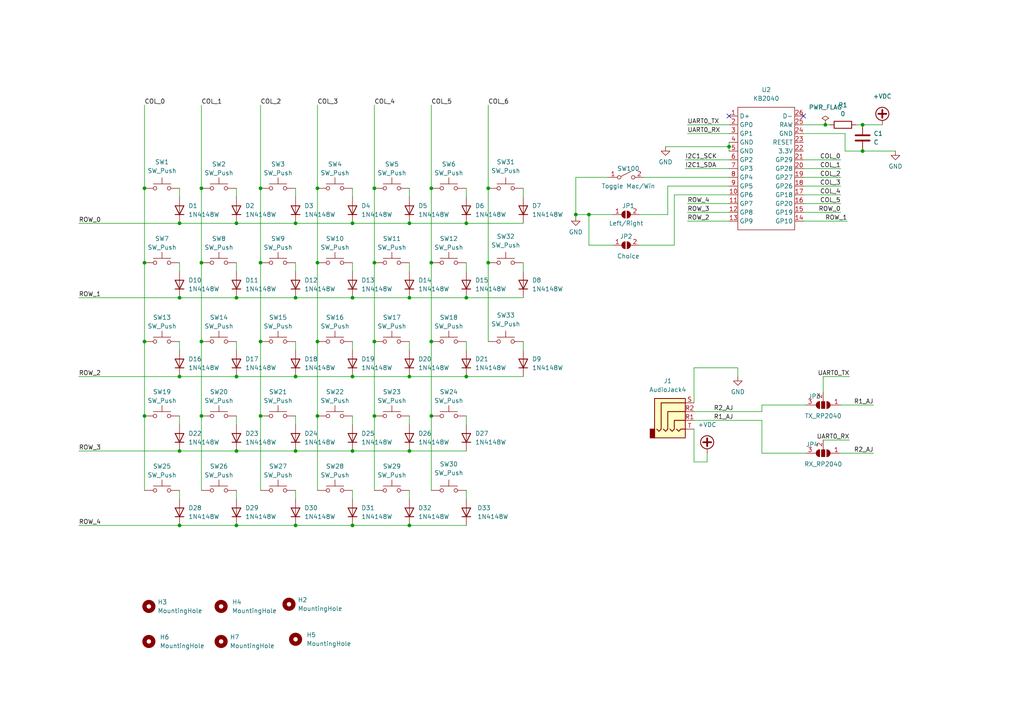
<source format=kicad_sch>
(kicad_sch (version 20211123) (generator eeschema)
  (paper "A4")
  (title_block (title "Mac 60 Keys Split Keyboard") (rev "1.0") (company "125 Systems") (comment 1 "Designer: Neeraj Adsul") (comment 2 "The Mac keyboard is designed as split 30 keys x 2 parts."))
  (lib_symbols
    (symbol "Connector:AudioJack4"
      (property "Reference" "J" (at 0 8.89 0))
      (property "Value" "AudioJack4" (at 0 6.35 0))
      (symbol "AudioJack4_0_1"
        (rectangle (start -6.35 -5.08) (end -7.62 -7.62) (stroke (width 0.254)) (fill (type outline)))
        (polyline (pts (xy 0 -5.08) (xy 0.635 -5.715) (xy 1.27 -5.08) (xy 2.54 -5.08)) (stroke (width 0.254)))
        (polyline (pts (xy -5.715 -5.08) (xy -5.08 -5.715) (xy -4.445 -5.08) (xy -4.445 2.54) (xy 2.54 2.54)) (stroke (width 0.254)))
        (polyline (pts (xy -1.905 -5.08) (xy -1.27 -5.715) (xy -0.635 -5.08) (xy -0.635 -2.54) (xy 2.54 -2.54)) (stroke (width 0.254)))
        (polyline (pts (xy 2.54 0) (xy -2.54 0) (xy -2.54 -5.08) (xy -3.175 -5.715) (xy -3.81 -5.08)) (stroke (width 0.254)))
        (rectangle (start 2.54 3.81) (end -6.35 -7.62) (stroke (width 0.254)) (fill (type background)))
      )
      (symbol "AudioJack4_1_1"
        (pin passive line (at 5.08 -2.54 180) (length 2.54) (name "~") (number "R1"))
        (pin passive line (at 5.08 0 180) (length 2.54) (name "~") (number "R2"))
        (pin passive line (at 5.08 2.54 180) (length 2.54) (name "~") (number "S"))
        (pin passive line (at 5.08 -5.08 180) (length 2.54) (name "~") (number "T"))
      )
    )
    (symbol "Device:C" (pin_numbers hide) (pin_names (offset 0.254))
      (property "Reference" "C" (at 0.635 2.54 0))
      (property "Value" "C" (at 0.635 -2.54 0))
      (symbol "C_0_1"
        (polyline (pts (xy -2.032 -0.762) (xy 2.032 -0.762)) (stroke (width 0.508)))
        (polyline (pts (xy -2.032 0.762) (xy 2.032 0.762)) (stroke (width 0.508)))
      )
      (symbol "C_1_1"
        (pin passive line (at 0 3.81 270) (length 2.794) (name "~") (number "1"))
        (pin passive line (at 0 -3.81 90) (length 2.794) (name "~") (number "2"))
      )
    )
    (symbol "Device:R" (pin_numbers hide) (pin_names (offset 0))
      (property "Reference" "R" (at 2.032 0 90))
      (property "Value" "R" (at 0 0 90))
      (symbol "R_0_1"
        (rectangle (start -1.016 -2.54) (end 1.016 2.54) (stroke (width 0.254)))
      )
      (symbol "R_1_1"
        (pin passive line (at 0 3.81 270) (length 1.27) (name "~") (number "1"))
        (pin passive line (at 0 -3.81 90) (length 1.27) (name "~") (number "2"))
      )
    )
    (symbol "Diode:1N4148W" (pin_numbers hide) (pin_names (offset 1.016) hide)
      (property "Reference" "D" (at 0 2.54 0))
      (property "Value" "1N4148W" (at 0 -2.54 0))
      (symbol "1N4148W_0_1"
        (polyline (pts (xy -1.27 1.27) (xy -1.27 -1.27)) (stroke (width 0.254)))
        (polyline (pts (xy 1.27 0) (xy -1.27 0)))
        (polyline (pts (xy 1.27 1.27) (xy 1.27 -1.27) (xy -1.27 0) (xy 1.27 1.27)) (stroke (width 0.254)))
      )
      (symbol "1N4148W_1_1"
        (pin passive line (at -3.81 0 0) (length 2.54) (name "K") (number "1"))
        (pin passive line (at 3.81 0 180) (length 2.54) (name "A") (number "2"))
      )
    )
    (symbol "Jumper:SolderJumper_2_Open" (pin_names (offset 0) hide)
      (property "Reference" "JP" (at 0 2.032 0))
      (property "Value" "SolderJumper_2_Open" (at 0 -2.54 0))
      (symbol "SolderJumper_2_Open_0_1"
        (arc (start -0.254 1.016) (mid -1.27 0) (end -0.254 -1.016))
        (arc (start -0.254 1.016) (mid -1.27 0) (end -0.254 -1.016) (fill (type outline)))
        (polyline (pts (xy -0.254 1.016) (xy -0.254 -1.016)))
        (polyline (pts (xy 0.254 1.016) (xy 0.254 -1.016)))
        (arc (start 0.254 -1.016) (mid 1.27 0) (end 0.254 1.016))
        (arc (start 0.254 -1.016) (mid 1.27 0) (end 0.254 1.016) (fill (type outline)))
      )
      (symbol "SolderJumper_2_Open_1_1"
        (pin passive line (at -3.81 0 0) (length 2.54) (name "A") (number "1"))
        (pin passive line (at 3.81 0 180) (length 2.54) (name "B") (number "2"))
      )
    )
    (symbol "Jumper:SolderJumper_3_Open" (pin_names (offset 0) hide)
      (property "Reference" "JP" (at -2.54 -2.54 0))
      (property "Value" "SolderJumper_3_Open" (at 0 2.794 0))
      (symbol "SolderJumper_3_Open_0_1"
        (arc (start -1.016 1.016) (mid -2.032 0) (end -1.016 -1.016))
        (arc (start -1.016 1.016) (mid -2.032 0) (end -1.016 -1.016) (fill (type outline)))
        (rectangle (start -0.508 1.016) (end 0.508 -1.016) (fill (type outline)))
        (polyline (pts (xy -2.54 0) (xy -2.032 0)))
        (polyline (pts (xy -1.016 1.016) (xy -1.016 -1.016)))
        (polyline (pts (xy 0 -1.27) (xy 0 -1.016)))
        (polyline (pts (xy 1.016 1.016) (xy 1.016 -1.016)))
        (polyline (pts (xy 2.54 0) (xy 2.032 0)))
        (arc (start 1.016 -1.016) (mid 2.032 0) (end 1.016 1.016))
        (arc (start 1.016 -1.016) (mid 2.032 0) (end 1.016 1.016) (fill (type outline)))
      )
      (symbol "SolderJumper_3_Open_1_1"
        (pin passive line (at -5.08 0 0) (length 2.54) (name "A") (number "1"))
        (pin passive line (at 0 -3.81 90) (length 2.54) (name "C") (number "2"))
        (pin passive line (at 5.08 0 180) (length 2.54) (name "B") (number "3"))
      )
    )
    (symbol "KB2040:KB2040"
      (property "Reference" "U" (at 5.08 24.13 0))
      (property "Value" "KB2040" (at -2.54 6.35 90))
      (symbol "KB2040_0_1"
        (polyline (pts (xy -10.16 22.86) (xy -10.16 -12.7) (xy 6.35 -12.7) (xy 6.35 22.86) (xy -10.16 22.86)))
      )
      (symbol "KB2040_1_1"
        (pin bidirectional line (at -12.7 20.32 0) (length 2.54) (name "D+") (number "1"))
        (pin bidirectional line (at -12.7 -2.54 0) (length 2.54) (name "GP6") (number "10"))
        (pin bidirectional line (at -12.7 -5.08 0) (length 2.54) (name "GP7") (number "11"))
        (pin bidirectional line (at -12.7 -7.62 0) (length 2.54) (name "GP8") (number "12"))
        (pin bidirectional line (at -12.7 -10.16 0) (length 2.54) (name "GP9") (number "13"))
        (pin bidirectional line (at 8.89 -10.16 180) (length 2.54) (name "GP10") (number "14"))
        (pin bidirectional line (at 8.89 -7.62 180) (length 2.54) (name "GP19") (number "15"))
        (pin bidirectional line (at 8.89 -5.08 180) (length 2.54) (name "GP20") (number "16"))
        (pin bidirectional line (at 8.89 -2.54 180) (length 2.54) (name "GP18") (number "17"))
        (pin bidirectional line (at 8.89 0 180) (length 2.54) (name "GP26") (number "18"))
        (pin bidirectional line (at 8.89 2.54 180) (length 2.54) (name "GP27") (number "19"))
        (pin bidirectional line (at -12.7 17.78 0) (length 2.54) (name "GP0") (number "2"))
        (pin bidirectional line (at 8.89 5.08 180) (length 2.54) (name "GP28") (number "20"))
        (pin bidirectional line (at 8.89 7.62 180) (length 2.54) (name "GP29") (number "21"))
        (pin power_out line (at 8.89 10.16 180) (length 2.54) (name "3.3V") (number "22"))
        (pin input line (at 8.89 12.7 180) (length 2.54) (name "RESET") (number "23"))
        (pin power_in line (at 8.89 15.24 180) (length 2.54) (name "GND") (number "24"))
        (pin passive line (at 8.89 17.78 180) (length 2.54) (name "RAW") (number "25"))
        (pin bidirectional line (at 8.89 20.32 180) (length 2.54) (name "D-") (number "26"))
        (pin bidirectional line (at -12.7 15.24 0) (length 2.54) (name "GP1") (number "3"))
        (pin power_in line (at -12.7 12.7 0) (length 2.54) (name "GND") (number "4"))
        (pin power_in line (at -12.7 10.16 0) (length 2.54) (name "GND") (number "5"))
        (pin bidirectional line (at -12.7 7.62 0) (length 2.54) (name "GP2") (number "6"))
        (pin bidirectional line (at -12.7 5.08 0) (length 2.54) (name "GP3") (number "7"))
        (pin bidirectional line (at -12.7 2.54 0) (length 2.54) (name "GP4") (number "8"))
        (pin bidirectional line (at -12.7 0 0) (length 2.54) (name "GP5") (number "9"))
      )
    )
    (symbol "Mechanical:MountingHole" (pin_names (offset 1.016))
      (property "Reference" "H" (at 0 5.08 0))
      (property "Value" "MountingHole" (at 0 3.175 0))
      (symbol "MountingHole_0_1"
        (circle (center 0 0) (radius 1.27) (stroke (width 1.27)))
      )
    )
    (symbol "Switch:SW_Push" (pin_numbers hide) (pin_names (offset 1.016) hide)
      (property "Reference" "SW" (at 1.27 2.54 0))
      (property "Value" "SW_Push" (at 0 -1.524 0))
      (symbol "SW_Push_0_1"
        (circle (center -2.032 0) (radius 0.508))
        (polyline (pts (xy 0 1.27) (xy 0 3.048)))
        (polyline (pts (xy 2.54 1.27) (xy -2.54 1.27)))
        (circle (center 2.032 0) (radius 0.508))
        (pin passive line (at -5.08 0 0) (length 2.54) (name "1") (number "1"))
        (pin passive line (at 5.08 0 180) (length 2.54) (name "2") (number "2"))
      )
    )
    (symbol "Switch:SW_SPST" (pin_names (offset 0) hide)
      (property "Reference" "SW" (at 0 3.175 0))
      (property "Value" "SW_SPST" (at 0 -2.54 0))
      (symbol "SW_SPST_0_0"
        (circle (center -2.032 0) (radius 0.508))
        (polyline (pts (xy -1.524 0.254) (xy 1.524 1.778)))
        (circle (center 2.032 0) (radius 0.508))
      )
      (symbol "SW_SPST_1_1"
        (pin passive line (at -5.08 0 0) (length 2.54) (name "A") (number "1"))
        (pin passive line (at 5.08 0 180) (length 2.54) (name "B") (number "2"))
      )
    )
    (symbol "power:+VDC" (power) (pin_names (offset 0))
      (property "Value" "+VDC" (at 0 6.35 0))
      (symbol "+VDC_0_1"
        (polyline (pts (xy -1.143 3.175) (xy 1.143 3.175)) (stroke (width 0.508)))
        (polyline (pts (xy 0 0) (xy 0 1.27)))
        (polyline (pts (xy 0 2.032) (xy 0 4.318)) (stroke (width 0.508)))
        (circle (center 0 3.175) (radius 1.905) (stroke (width 0.254)))
      )
      (symbol "+VDC_1_1"
        (pin power_in line (at 0 0 90) (length 0) hide (name "+VDC") (number "1"))
      )
    )
    (symbol "power:GND" (power) (pin_names (offset 0))
      (property "Value" "GND" (at 0 -3.81 0))
      (symbol "GND_0_1"
        (polyline (pts (xy 0 0) (xy 0 -1.27) (xy 1.27 -1.27) (xy 0 -2.54) (xy -1.27 -1.27) (xy 0 -1.27)))
      )
      (symbol "GND_1_1"
        (pin power_in line (at 0 0 270) (length 0) hide (name "GND") (number "1"))
      )
    )
    (symbol "power:PWR_FLAG" (power) (pin_numbers hide) (pin_names (offset 0) hide)
      (property "Value" "PWR_FLAG" (at 0 3.81 0))
      (symbol "PWR_FLAG_0_0"
        (pin power_out line (at 0 0 90) (length 0) (name "pwr") (number "1"))
      )
      (symbol "PWR_FLAG_0_1"
        (polyline (pts (xy 0 0) (xy 0 1.27) (xy -1.016 1.905) (xy 0 2.54) (xy 1.016 1.905) (xy 0 1.27)))
      )
    )
  )
  (junction (at 41.91 99.06))
  (junction (at 75.565 76.2))
  (junction (at 41.91 76.2))
  (junction (at 108.585 120.65))
  (junction (at 250.19 43.815))
  (junction (at 118.745 109.22))
  (junction (at 52.07 86.36))
  (junction (at 211.455 42.545))
  (junction (at 170.815 62.23))
  (junction (at 52.07 152.4))
  (junction (at 118.745 130.81))
  (junction (at 135.255 109.22))
  (junction (at 85.725 109.22))
  (junction (at 102.235 109.22))
  (junction (at 102.235 64.77))
  (junction (at 52.07 64.77))
  (junction (at 75.565 120.65))
  (junction (at 68.58 130.81))
  (junction (at 118.745 64.77))
  (junction (at 58.42 120.65))
  (junction (at 75.565 99.06))
  (junction (at 58.42 76.2))
  (junction (at 108.585 76.2))
  (junction (at 102.235 86.36))
  (junction (at 75.565 54.61))
  (junction (at 41.91 120.65))
  (junction (at 41.91 54.61))
  (junction (at 102.235 152.4))
  (junction (at 68.58 152.4))
  (junction (at 68.58 86.36))
  (junction (at 92.075 99.06))
  (junction (at 118.745 152.4))
  (junction (at 68.58 64.77))
  (junction (at 125.095 54.61))
  (junction (at 85.725 130.81))
  (junction (at 85.725 152.4))
  (junction (at 102.235 130.81))
  (junction (at 125.095 76.2))
  (junction (at 108.585 99.06))
  (junction (at 92.075 76.2))
  (junction (at 58.42 54.61))
  (junction (at 118.745 86.36))
  (junction (at 135.255 64.77))
  (junction (at 141.605 54.61))
  (junction (at 68.58 109.22))
  (junction (at 108.585 54.61))
  (junction (at 85.725 86.36))
  (junction (at 125.095 120.65))
  (junction (at 125.095 99.06))
  (junction (at 85.725 64.77))
  (junction (at 250.19 36.195))
  (junction (at 167.005 62.23))
  (junction (at 52.07 130.81))
  (junction (at 92.075 120.65))
  (junction (at 239.395 36.195))
  (junction (at 58.42 99.06))
  (junction (at 135.255 86.36))
  (junction (at 52.07 109.22))
  (junction (at 141.605 76.2))
  (junction (at 92.075 54.61))
  (no_connect (at 233.045 33.655))
  (no_connect (at 211.455 33.655))
  (wire (pts (xy 199.39 36.195) (xy 211.455 36.195)))
  (wire (pts (xy 102.235 142.24) (xy 102.235 144.78)))
  (wire (pts (xy 233.045 38.735) (xy 245.11 38.735)))
  (wire (pts (xy 238.76 109.22) (xy 246.38 109.22)))
  (wire (pts (xy 239.395 36.195) (xy 240.665 36.195)))
  (wire (pts (xy 41.91 54.61) (xy 41.91 76.2)))
  (wire (pts (xy 201.295 119.38) (xy 220.98 119.38)))
  (wire (pts (xy 92.075 30.48) (xy 92.075 54.61)))
  (wire (pts (xy 68.58 152.4) (xy 85.725 152.4)))
  (wire (pts (xy 220.98 121.92) (xy 220.98 131.445)))
  (wire (pts (xy 193.675 62.23) (xy 193.675 53.975)))
  (wire (pts (xy 68.58 99.06) (xy 68.58 101.6)))
  (wire (pts (xy 85.725 86.36) (xy 102.235 86.36)))
  (wire (pts (xy 92.075 120.65) (xy 92.075 142.24)))
  (wire (pts (xy 85.725 76.2) (xy 85.725 78.74)))
  (wire (pts (xy 68.58 120.65) (xy 68.58 123.19)))
  (wire (pts (xy 211.455 42.545) (xy 211.455 41.275)))
  (wire (pts (xy 195.58 71.12) (xy 195.58 56.515)))
  (wire (pts (xy 68.58 130.81) (xy 85.725 130.81)))
  (wire (pts (xy 52.07 130.81) (xy 68.58 130.81)))
  (wire (pts (xy 135.255 142.24) (xy 135.255 144.78)))
  (wire (pts (xy 75.565 99.06) (xy 75.565 120.65)))
  (wire (pts (xy 141.605 76.2) (xy 141.605 99.06)))
  (wire (pts (xy 151.765 54.61) (xy 151.765 57.15)))
  (wire (pts (xy 58.42 54.61) (xy 58.42 76.2)))
  (wire (pts (xy 167.005 51.435) (xy 176.53 51.435)))
  (wire (pts (xy 167.005 62.23) (xy 167.005 62.865)))
  (wire (pts (xy 68.58 109.22) (xy 85.725 109.22)))
  (wire (pts (xy 185.42 62.23) (xy 193.675 62.23)))
  (wire (pts (xy 118.745 109.22) (xy 135.255 109.22)))
  (wire (pts (xy 52.07 109.22) (xy 68.58 109.22)))
  (wire (pts (xy 201.295 106.68) (xy 213.995 106.68)))
  (wire (pts (xy 185.42 71.12) (xy 195.58 71.12)))
  (wire (pts (xy 125.095 30.48) (xy 125.095 54.61)))
  (wire (pts (xy 75.565 120.65) (xy 75.565 142.24)))
  (wire (pts (xy 102.235 64.77) (xy 118.745 64.77)))
  (wire (pts (xy 135.255 120.65) (xy 135.255 123.19)))
  (wire (pts (xy 177.8 71.12) (xy 170.815 71.12)))
  (wire (pts (xy 68.58 86.36) (xy 85.725 86.36)))
  (wire (pts (xy 22.86 152.4) (xy 52.07 152.4)))
  (wire (pts (xy 199.39 59.055) (xy 211.455 59.055)))
  (wire (pts (xy 75.565 30.48) (xy 75.565 54.61)))
  (wire (pts (xy 201.295 116.84) (xy 201.295 106.68)))
  (wire (pts (xy 118.745 142.24) (xy 118.745 144.78)))
  (wire (pts (xy 195.58 56.515) (xy 211.455 56.515)))
  (wire (pts (xy 125.095 99.06) (xy 125.095 120.65)))
  (wire (pts (xy 22.86 109.22) (xy 52.07 109.22)))
  (wire (pts (xy 52.07 152.4) (xy 68.58 152.4)))
  (wire (pts (xy 220.98 131.445) (xy 233.68 131.445)))
  (wire (pts (xy 248.285 36.195) (xy 250.19 36.195)))
  (wire (pts (xy 141.605 30.48) (xy 141.605 54.61)))
  (wire (pts (xy 118.745 152.4) (xy 135.255 152.4)))
  (wire (pts (xy 92.075 99.06) (xy 92.075 120.65)))
  (wire (pts (xy 85.725 109.22) (xy 102.235 109.22)))
  (wire (pts (xy 220.98 119.38) (xy 220.98 117.475)))
  (wire (pts (xy 233.045 51.435) (xy 243.84 51.435)))
  (wire (pts (xy 125.095 120.65) (xy 125.095 142.24)))
  (wire (pts (xy 68.58 76.2) (xy 68.58 78.74)))
  (wire (pts (xy 85.725 142.24) (xy 85.725 144.78)))
  (wire (pts (xy 238.76 127.635) (xy 246.38 127.635)))
  (wire (pts (xy 243.84 131.445) (xy 253.365 131.445)))
  (wire (pts (xy 52.07 120.65) (xy 52.07 123.19)))
  (wire (pts (xy 199.39 61.595) (xy 211.455 61.595)))
  (wire (pts (xy 170.815 71.12) (xy 170.815 62.23)))
  (wire (pts (xy 198.755 46.355) (xy 211.455 46.355)))
  (wire (pts (xy 151.765 76.2) (xy 151.765 78.74)))
  (wire (pts (xy 213.995 106.68) (xy 213.995 109.22)))
  (wire (pts (xy 135.255 54.61) (xy 135.255 57.15)))
  (wire (pts (xy 52.07 54.61) (xy 52.07 57.15)))
  (wire (pts (xy 245.11 43.815) (xy 250.19 43.815)))
  (wire (pts (xy 135.255 64.77) (xy 151.765 64.77)))
  (wire (pts (xy 52.07 142.24) (xy 52.07 144.78)))
  (wire (pts (xy 201.295 133.985) (xy 201.295 124.46)))
  (wire (pts (xy 135.255 109.22) (xy 151.765 109.22)))
  (wire (pts (xy 125.095 76.2) (xy 125.095 99.06)))
  (wire (pts (xy 52.07 99.06) (xy 52.07 101.6)))
  (wire (pts (xy 41.91 30.48) (xy 41.91 54.61)))
  (wire (pts (xy 198.755 48.895) (xy 211.455 48.895)))
  (wire (pts (xy 85.725 120.65) (xy 85.725 123.19)))
  (wire (pts (xy 108.585 30.48) (xy 108.585 54.61)))
  (wire (pts (xy 75.565 76.2) (xy 75.565 99.06)))
  (wire (pts (xy 151.765 99.06) (xy 151.765 101.6)))
  (wire (pts (xy 233.045 36.195) (xy 239.395 36.195)))
  (wire (pts (xy 102.235 76.2) (xy 102.235 78.74)))
  (wire (pts (xy 41.91 99.06) (xy 41.91 120.65)))
  (wire (pts (xy 193.04 42.545) (xy 211.455 42.545)))
  (wire (pts (xy 125.095 54.61) (xy 125.095 76.2)))
  (wire (pts (xy 22.86 64.77) (xy 52.07 64.77)))
  (wire (pts (xy 193.675 53.975) (xy 211.455 53.975)))
  (wire (pts (xy 85.725 130.81) (xy 102.235 130.81)))
  (wire (pts (xy 201.295 133.985) (xy 205.105 133.985)))
  (wire (pts (xy 85.725 64.77) (xy 102.235 64.77)))
  (wire (pts (xy 201.295 121.92) (xy 220.98 121.92)))
  (wire (pts (xy 118.745 76.2) (xy 118.745 78.74)))
  (wire (pts (xy 52.07 86.36) (xy 68.58 86.36)))
  (wire (pts (xy 186.69 51.435) (xy 211.455 51.435)))
  (wire (pts (xy 233.045 53.975) (xy 243.84 53.975)))
  (wire (pts (xy 102.235 99.06) (xy 102.235 101.6)))
  (wire (pts (xy 135.255 76.2) (xy 135.255 78.74)))
  (wire (pts (xy 102.235 54.61) (xy 102.235 57.15)))
  (wire (pts (xy 68.58 64.77) (xy 85.725 64.77)))
  (wire (pts (xy 102.235 86.36) (xy 118.745 86.36)))
  (wire (pts (xy 41.91 120.65) (xy 41.91 142.24)))
  (wire (pts (xy 250.19 36.195) (xy 255.905 36.195)))
  (wire (pts (xy 135.255 86.36) (xy 151.765 86.36)))
  (wire (pts (xy 205.105 131.445) (xy 205.105 133.985)))
  (wire (pts (xy 118.745 86.36) (xy 135.255 86.36)))
  (wire (pts (xy 233.045 46.355) (xy 243.84 46.355)))
  (wire (pts (xy 108.585 120.65) (xy 108.585 142.24)))
  (wire (pts (xy 58.42 120.65) (xy 58.42 142.24)))
  (wire (pts (xy 199.39 38.735) (xy 211.455 38.735)))
  (wire (pts (xy 118.745 54.61) (xy 118.745 57.15)))
  (wire (pts (xy 58.42 30.48) (xy 58.42 54.61)))
  (wire (pts (xy 141.605 54.61) (xy 141.605 76.2)))
  (wire (pts (xy 58.42 99.06) (xy 58.42 120.65)))
  (wire (pts (xy 238.76 113.665) (xy 238.76 109.22)))
  (wire (pts (xy 170.815 62.23) (xy 177.8 62.23)))
  (wire (pts (xy 250.19 43.815) (xy 259.715 43.815)))
  (wire (pts (xy 220.98 117.475) (xy 233.68 117.475)))
  (wire (pts (xy 211.455 42.545) (xy 211.455 43.815)))
  (wire (pts (xy 167.005 51.435) (xy 167.005 62.23)))
  (wire (pts (xy 199.39 64.135) (xy 211.455 64.135)))
  (wire (pts (xy 167.005 62.23) (xy 170.815 62.23)))
  (wire (pts (xy 68.58 54.61) (xy 68.58 57.15)))
  (wire (pts (xy 58.42 76.2) (xy 58.42 99.06)))
  (wire (pts (xy 108.585 76.2) (xy 108.585 99.06)))
  (wire (pts (xy 85.725 54.61) (xy 85.725 57.15)))
  (wire (pts (xy 118.745 99.06) (xy 118.745 101.6)))
  (wire (pts (xy 68.58 142.24) (xy 68.58 144.78)))
  (wire (pts (xy 102.235 120.65) (xy 102.235 123.19)))
  (wire (pts (xy 245.745 64.135) (xy 233.045 64.135)))
  (wire (pts (xy 243.84 117.475) (xy 253.365 117.475)))
  (wire (pts (xy 102.235 152.4) (xy 118.745 152.4)))
  (wire (pts (xy 22.86 130.81) (xy 52.07 130.81)))
  (wire (pts (xy 118.745 130.81) (xy 135.255 130.81)))
  (wire (pts (xy 233.045 48.895) (xy 243.84 48.895)))
  (wire (pts (xy 52.07 64.77) (xy 68.58 64.77)))
  (wire (pts (xy 233.045 59.055) (xy 243.84 59.055)))
  (wire (pts (xy 245.11 38.735) (xy 245.11 43.815)))
  (wire (pts (xy 118.745 120.65) (xy 118.745 123.19)))
  (wire (pts (xy 85.725 152.4) (xy 102.235 152.4)))
  (wire (pts (xy 135.255 99.06) (xy 135.255 101.6)))
  (wire (pts (xy 41.91 76.2) (xy 41.91 99.06)))
  (wire (pts (xy 108.585 54.61) (xy 108.585 76.2)))
  (wire (pts (xy 118.745 64.77) (xy 135.255 64.77)))
  (wire (pts (xy 102.235 130.81) (xy 118.745 130.81)))
  (wire (pts (xy 108.585 99.06) (xy 108.585 120.65)))
  (wire (pts (xy 85.725 99.06) (xy 85.725 101.6)))
  (wire (pts (xy 102.235 109.22) (xy 118.745 109.22)))
  (wire (pts (xy 52.07 76.2) (xy 52.07 78.74)))
  (wire (pts (xy 233.045 61.595) (xy 243.84 61.595)))
  (wire (pts (xy 233.045 56.515) (xy 243.84 56.515)))
  (wire (pts (xy 92.075 54.61) (xy 92.075 76.2)))
  (wire (pts (xy 22.86 86.36) (xy 52.07 86.36)))
  (wire (pts (xy 92.075 76.2) (xy 92.075 99.06)))
  (wire (pts (xy 75.565 54.61) (xy 75.565 76.2)))
  (label "R1_AJ" (at 253.365 117.475 180))
  (label "ROW_3" (at 22.86 130.81 0))
  (label "COL_2" (at 243.84 51.435 180))
  (label "COL_3" (at 243.84 53.975 180))
  (label "COL_2" (at 75.565 30.48 0))
  (label "COL_6" (at 141.605 30.48 0))
  (label "COL_4" (at 108.585 30.48 0))
  (label "ROW_4" (at 199.39 59.055 0))
  (label "ROW_4" (at 22.86 152.4 0))
  (label "COL_1" (at 58.42 30.48 0))
  (label "ROW_2" (at 22.86 109.22 0))
  (label "UART0_RX" (at 246.38 127.635 180))
  (label "ROW_3" (at 199.39 61.595 0))
  (label "COL_5" (at 125.095 30.48 0))
  (label "COL_0" (at 243.84 46.355 180))
  (label "COL_0" (at 41.91 30.48 0))
  (label "ROW_1" (at 22.86 86.36 0))
  (label "UART0_TX" (at 199.39 36.195 0))
  (label "ROW_2" (at 199.39 64.135 0))
  (label "ROW_1" (at 245.745 64.135 180))
  (label "ROW_0" (at 22.86 64.77 0))
  (label "I2C1_SDA" (at 198.755 48.895 0))
  (label "I2C1_SCK" (at 198.755 46.355 0))
  (label "UART0_RX" (at 199.39 38.735 0))
  (label "COL_3" (at 92.075 30.48 0))
  (label "COL_1" (at 243.84 48.895 180))
  (label "ROW_0" (at 243.84 61.595 180))
  (label "COL_4" (at 243.84 56.515 180))
  (label "R2_AJ" (at 207.01 119.38 0))
  (label "R2_AJ" (at 253.365 131.445 180))
  (label "COL_5" (at 243.84 59.055 180))
  (label "UART0_TX" (at 246.38 109.22 180))
  (label "R1_AJ" (at 207.01 121.92 0))
  (symbol (lib_id "Diode:1N4148W") (at 85.725 148.59 90) (unit 1)
    (property "Reference" "D30" (at 88.265 147.3199 90) (effects (justify right)))
    (property "Value" "1N4148W" (at 88.265 149.8599 90) (effects (justify right)))
    (property "Footprint" "Diode_SMD:D_SOD-323_Hand_Split_Keyboard" (effects hide))
    (property "Datasheet" "https://www.vishay.com/docs/85748/1n4148w.pdf" (effects hide))
  )
  (symbol (lib_id "Diode:1N4148W") (at 151.765 82.55 90) (unit 1)
    (property "Reference" "D8" (at 154.305 81.2799 90) (effects (justify right)))
    (property "Value" "1N4148W" (at 154.305 83.8199 90) (effects (justify right)))
    (property "Footprint" "Diode_SMD:D_SOD-323_Hand_Split_Keyboard" (effects hide))
    (property "Datasheet" "https://www.vishay.com/docs/85748/1n4148w.pdf" (effects hide))
  )
  (symbol (lib_id "Diode:1N4148W") (at 52.07 127 90) (unit 1)
    (property "Reference" "D22" (at 54.61 125.7299 90) (effects (justify right)))
    (property "Value" "1N4148W" (at 54.61 128.2699 90) (effects (justify right)))
    (property "Footprint" "Diode_SMD:D_SOD-323_Hand_Split_Keyboard" (effects hide))
    (property "Datasheet" "https://www.vishay.com/docs/85748/1n4148w.pdf" (effects hide))
  )
  (symbol (lib_id "Device:C") (at 250.19 40.005 0) (unit 1)
    (property "Reference" "C1" (at 253.365 38.7349 0) (effects (justify left)))
    (property "Value" "C" (at 253.365 41.2749 0) (effects (justify left)))
    (property "Footprint" "Capacitor_SMD:C_0603_1608Metric" (effects hide))
  )
  (symbol (lib_id "Device:R") (at 244.475 36.195 90) (unit 1)
    (property "Reference" "R1" (at 244.475 30.48 90))
    (property "Value" "0" (at 244.475 33.02 90))
    (property "Footprint" "Resistor_SMD:R_0603_1608Metric_Pad0.98x0.95mm_HandSolder" (effects hide))
  )
  (symbol (lib_id "Switch:SW_Push") (at 80.645 54.61 0) (unit 1)
    (property "Reference" "SW3" (at 80.645 47.625 0))
    (property "Value" "SW_Push" (at 80.645 50.165 0))
    (property "Footprint" "Lily58-footprint:MX_PG1350-DoubleSide_Keycap_18mm_1.00u" (effects hide))
  )
  (symbol (lib_id "Switch:SW_Push") (at 46.99 54.61 0) (unit 1)
    (property "Reference" "SW1" (at 46.99 46.99 0))
    (property "Value" "SW_Push" (at 46.99 49.53 0))
    (property "Footprint" "Lily58-footprint:MX_PG1350-DoubleSide_Keycap_18mm_1.00u" (effects hide))
  )
  (symbol (lib_id "Switch:SW_Push") (at 130.175 120.65 0) (unit 1)
    (property "Reference" "SW24" (at 130.175 113.665 0))
    (property "Value" "SW_Push" (at 130.175 116.205 0))
    (property "Footprint" "Lily58-footprint:MX_PG1350-DoubleSide_Keycap_18mm_1.00u" (effects hide))
  )
  (symbol (lib_id "Diode:1N4148W") (at 118.745 60.96 90) (unit 1)
    (property "Reference" "D5" (at 121.285 59.6899 90) (effects (justify right)))
    (property "Value" "1N4148W" (at 121.285 62.2299 90) (effects (justify right)))
    (property "Footprint" "Diode_SMD:D_SOD-323_Hand_Split_Keyboard" (effects hide))
    (property "Datasheet" "https://www.vishay.com/docs/85748/1n4148w.pdf" (effects hide))
  )
  (symbol (lib_id "Diode:1N4148W") (at 135.255 105.41 90) (unit 1)
    (property "Reference" "D21" (at 137.795 104.1399 90) (effects (justify right)))
    (property "Value" "1N4148W" (at 137.795 106.6799 90) (effects (justify right)))
    (property "Footprint" "Diode_SMD:D_SOD-323_Hand_Split_Keyboard" (effects hide))
    (property "Datasheet" "https://www.vishay.com/docs/85748/1n4148w.pdf" (effects hide))
  )
  (symbol (lib_id "Switch:SW_Push") (at 46.99 76.2 0) (unit 1)
    (property "Reference" "SW7" (at 46.99 69.215 0))
    (property "Value" "SW_Push" (at 46.99 71.755 0))
    (property "Footprint" "Lily58-footprint:MX_PG1350-DoubleSide_Keycap_18mm_1.00u" (effects hide))
  )
  (symbol (lib_id "Switch:SW_Push") (at 46.99 99.06 0) (unit 1)
    (property "Reference" "SW13" (at 46.99 92.075 0))
    (property "Value" "SW_Push" (at 46.99 94.615 0))
    (property "Footprint" "Lily58-footprint:MX_PG1350-DoubleSide_Keycap_18mm_1.00u" (effects hide))
  )
  (symbol (lib_id "Mechanical:MountingHole") (at 85.725 185.42 0) (unit 1)
    (property "Reference" "H5" (at 88.9 184.1499 0) (effects (justify left)))
    (property "Value" "MountingHole" (at 88.9 186.6899 0) (effects (justify left)))
    (property "Footprint" "MountingHole:MountingHole_3.2mm_M3" (effects hide))
  )
  (symbol (lib_id "Switch:SW_Push") (at 146.685 99.06 0) (unit 1)
    (property "Reference" "SW33" (at 146.685 91.44 0))
    (property "Value" "SW_Push" (at 146.685 93.98 0))
    (property "Footprint" "Lily58-footprint:MX_PG1350-DoubleSide_Keycap_28mm_1.50u" (effects hide))
  )
  (symbol (lib_id "KB2040:KB2040") (at 224.155 53.975 0) (unit 1)
    (property "Reference" "U2" (at 222.25 26.035 0))
    (property "Value" "KB2040" (at 222.25 28.575 0))
    (property "Footprint" "KB2040:Adafruit_KB2040" (effects hide))
  )
  (symbol (lib_id "Switch:SW_Push") (at 97.155 142.24 0) (unit 1)
    (property "Reference" "SW28" (at 97.155 135.255 0))
    (property "Value" "SW_Push" (at 97.155 137.795 0))
    (property "Footprint" "Lily58-footprint:MX_PG1350-DoubleSide_Keycap_18mm_1.00u" (effects hide))
  )
  (symbol (lib_id "Diode:1N4148W") (at 68.58 127 90) (unit 1)
    (property "Reference" "D23" (at 71.12 125.7299 90) (effects (justify right)))
    (property "Value" "1N4148W" (at 71.12 128.2699 90) (effects (justify right)))
    (property "Footprint" "Diode_SMD:D_SOD-323_Hand_Split_Keyboard" (effects hide))
    (property "Datasheet" "https://www.vishay.com/docs/85748/1n4148w.pdf" (effects hide))
  )
  (symbol (lib_id "Diode:1N4148W") (at 118.745 82.55 90) (unit 1)
    (property "Reference" "D14" (at 121.285 81.2799 90) (effects (justify right)))
    (property "Value" "1N4148W" (at 121.285 83.8199 90) (effects (justify right)))
    (property "Footprint" "Diode_SMD:D_SOD-323_Hand_Split_Keyboard" (effects hide))
    (property "Datasheet" "https://www.vishay.com/docs/85748/1n4148w.pdf" (effects hide))
  )
  (symbol (lib_id "power:GND") (at 213.995 109.22 0) (unit 1)
    (property "Reference" "#PWR0102" (effects hide))
    (property "Value" "GND" (at 213.995 113.665 0))
  )
  (symbol (lib_id "Switch:SW_Push") (at 80.645 99.06 0) (unit 1)
    (property "Reference" "SW15" (at 80.645 92.075 0))
    (property "Value" "SW_Push" (at 80.645 94.615 0))
    (property "Footprint" "Lily58-footprint:MX_PG1350-DoubleSide_Keycap_18mm_1.00u" (effects hide))
  )
  (symbol (lib_id "Diode:1N4148W") (at 52.07 105.41 90) (unit 1)
    (property "Reference" "D16" (at 54.61 104.1399 90) (effects (justify right)))
    (property "Value" "1N4148W" (at 54.61 106.6799 90) (effects (justify right)))
    (property "Footprint" "Diode_SMD:D_SOD-323_Hand_Split_Keyboard" (effects hide))
    (property "Datasheet" "https://www.vishay.com/docs/85748/1n4148w.pdf" (effects hide))
  )
  (symbol (lib_id "power:PWR_FLAG") (at 239.395 36.195 0) (unit 1)
    (property "Reference" "#FLG02" (effects hide))
    (property "Value" "PWR_FLAG" (at 239.395 31.115 0))
  )
  (symbol (lib_id "Diode:1N4148W") (at 135.255 82.55 90) (unit 1)
    (property "Reference" "D15" (at 137.795 81.2799 90) (effects (justify right)))
    (property "Value" "1N4148W" (at 137.795 83.8199 90) (effects (justify right)))
    (property "Footprint" "Diode_SMD:D_SOD-323_Hand_Split_Keyboard" (effects hide))
    (property "Datasheet" "https://www.vishay.com/docs/85748/1n4148w.pdf" (effects hide))
  )
  (symbol (lib_id "Diode:1N4148W") (at 102.235 105.41 90) (unit 1)
    (property "Reference" "D19" (at 104.775 104.1399 90) (effects (justify right)))
    (property "Value" "1N4148W" (at 104.775 106.6799 90) (effects (justify right)))
    (property "Footprint" "Diode_SMD:D_SOD-323_Hand_Split_Keyboard" (effects hide))
    (property "Datasheet" "https://www.vishay.com/docs/85748/1n4148w.pdf" (effects hide))
  )
  (symbol (lib_id "Diode:1N4148W") (at 118.745 127 90) (unit 1)
    (property "Reference" "D26" (at 121.285 125.7299 90) (effects (justify right)))
    (property "Value" "1N4148W" (at 121.285 128.2699 90) (effects (justify right)))
    (property "Footprint" "Diode_SMD:D_SOD-323_Hand_Split_Keyboard" (effects hide))
    (property "Datasheet" "https://www.vishay.com/docs/85748/1n4148w.pdf" (effects hide))
  )
  (symbol (lib_id "Diode:1N4148W") (at 85.725 105.41 90) (unit 1)
    (property "Reference" "D18" (at 88.265 104.1399 90) (effects (justify right)))
    (property "Value" "1N4148W" (at 88.265 106.6799 90) (effects (justify right)))
    (property "Footprint" "Diode_SMD:D_SOD-323_Hand_Split_Keyboard" (effects hide))
    (property "Datasheet" "https://www.vishay.com/docs/85748/1n4148w.pdf" (effects hide))
  )
  (symbol (lib_id "Switch:SW_Push") (at 130.175 76.2 0) (unit 1)
    (property "Reference" "SW12" (at 130.175 69.215 0))
    (property "Value" "SW_Push" (at 130.175 71.755 0))
    (property "Footprint" "Lily58-footprint:MX_PG1350-DoubleSide_Keycap_18mm_1.00u" (effects hide))
  )
  (symbol (lib_id "Diode:1N4148W") (at 85.725 82.55 90) (unit 1)
    (property "Reference" "D12" (at 88.265 81.2799 90) (effects (justify right)))
    (property "Value" "1N4148W" (at 88.265 83.8199 90) (effects (justify right)))
    (property "Footprint" "Diode_SMD:D_SOD-323_Hand_Split_Keyboard" (effects hide))
    (property "Datasheet" "https://www.vishay.com/docs/85748/1n4148w.pdf" (effects hide))
  )
  (symbol (lib_id "Diode:1N4148W") (at 151.765 105.41 90) (unit 1)
    (property "Reference" "D9" (at 154.305 104.1399 90) (effects (justify right)))
    (property "Value" "1N4148W" (at 154.305 106.6799 90) (effects (justify right)))
    (property "Footprint" "Diode_SMD:D_SOD-323_Hand_Split_Keyboard" (effects hide))
    (property "Datasheet" "https://www.vishay.com/docs/85748/1n4148w.pdf" (effects hide))
  )
  (symbol (lib_id "Diode:1N4148W") (at 135.255 60.96 90) (unit 1)
    (property "Reference" "D6" (at 137.795 59.6899 90) (effects (justify right)))
    (property "Value" "1N4148W" (at 137.795 62.2299 90) (effects (justify right)))
    (property "Footprint" "Diode_SMD:D_SOD-323_Hand_Split_Keyboard" (effects hide))
    (property "Datasheet" "https://www.vishay.com/docs/85748/1n4148w.pdf" (effects hide))
  )
  (symbol (lib_id "Diode:1N4148W") (at 52.07 148.59 90) (unit 1)
    (property "Reference" "D28" (at 54.61 147.3199 90) (effects (justify right)))
    (property "Value" "1N4148W" (at 54.61 149.8599 90) (effects (justify right)))
    (property "Footprint" "Diode_SMD:D_SOD-323_Hand_Split_Keyboard" (effects hide))
    (property "Datasheet" "https://www.vishay.com/docs/85748/1n4148w.pdf" (effects hide))
  )
  (symbol (lib_id "power:+VDC") (at 255.905 36.195 0) (unit 1)
    (property "Reference" "#PWR02" (effects hide))
    (property "Value" "+VDC" (at 255.905 27.94 0))
  )
  (symbol (lib_id "Jumper:SolderJumper_3_Open") (at 238.76 131.445 180) (unit 1)
    (property "Reference" "JP4" (at 235.585 128.905 0))
    (property "Value" "RX_RP2040" (at 238.76 134.62 0))
    (property "Footprint" "Jumper:SolderJumper-3_P1.3mm_Open_Pad1.0x1.5mm_NumberLabels" (effects hide))
  )
  (symbol (lib_id "Diode:1N4148W") (at 118.745 148.59 90) (unit 1)
    (property "Reference" "D32" (at 121.285 147.3199 90) (effects (justify right)))
    (property "Value" "1N4148W" (at 121.285 149.8599 90) (effects (justify right)))
    (property "Footprint" "Diode_SMD:D_SOD-323_Hand_Split_Keyboard" (effects hide))
    (property "Datasheet" "https://www.vishay.com/docs/85748/1n4148w.pdf" (effects hide))
  )
  (symbol (lib_id "Mechanical:MountingHole") (at 64.135 175.895 0) (unit 1)
    (property "Reference" "H4" (at 67.31 174.6249 0) (effects (justify left)))
    (property "Value" "MountingHole" (at 67.31 177.1649 0) (effects (justify left)))
    (property "Footprint" "MountingHole:MountingHole_3.2mm_M3" (effects hide))
  )
  (symbol (lib_id "power:GND") (at 259.715 43.815 0) (unit 1)
    (property "Reference" "#PWR03" (effects hide))
    (property "Value" "GND" (at 259.715 48.26 0))
  )
  (symbol (lib_id "Switch:SW_Push") (at 97.155 76.2 0) (unit 1)
    (property "Reference" "SW10" (at 97.155 69.215 0))
    (property "Value" "SW_Push" (at 97.155 71.755 0))
    (property "Footprint" "Lily58-footprint:MX_PG1350-DoubleSide_Keycap_18mm_1.00u" (effects hide))
  )
  (symbol (lib_id "Diode:1N4148W") (at 135.255 148.59 90) (unit 1)
    (property "Reference" "D33" (at 138.43 147.3199 90) (effects (justify right)))
    (property "Value" "1N4148W" (at 138.43 149.8599 90) (effects (justify right)))
    (property "Footprint" "Diode_SMD:D_SOD-323_Hand_Split_Keyboard" (effects hide))
    (property "Datasheet" "https://www.vishay.com/docs/85748/1n4148w.pdf" (effects hide))
  )
  (symbol (lib_id "Switch:SW_Push") (at 146.685 54.61 0) (unit 1)
    (property "Reference" "SW31" (at 146.685 46.99 0))
    (property "Value" "SW_Push" (at 146.685 49.53 0))
    (property "Footprint" "Lily58-footprint:MX_PG1350-DoubleSide_Keycap_28mm_1.50u" (effects hide))
  )
  (symbol (lib_id "Switch:SW_Push") (at 130.175 54.61 0) (unit 1)
    (property "Reference" "SW6" (at 130.175 47.625 0))
    (property "Value" "SW_Push" (at 130.175 50.165 0))
    (property "Footprint" "Lily58-footprint:MX_PG1350-DoubleSide_Keycap_18mm_1.00u" (effects hide))
  )
  (symbol (lib_id "Diode:1N4148W") (at 68.58 148.59 90) (unit 1)
    (property "Reference" "D29" (at 71.12 147.3199 90) (effects (justify right)))
    (property "Value" "1N4148W" (at 71.12 149.8599 90) (effects (justify right)))
    (property "Footprint" "Diode_SMD:D_SOD-323_Hand_Split_Keyboard" (effects hide))
    (property "Datasheet" "https://www.vishay.com/docs/85748/1n4148w.pdf" (effects hide))
  )
  (symbol (lib_id "Switch:SW_SPST") (at 181.61 51.435 0) (unit 1)
    (property "Reference" "SW100" (at 182.245 48.895 0))
    (property "Value" "Toggle Mac/Win" (at 182.245 53.975 0))
    (property "Footprint" "Button_Switch_SMD:SW_SPST_CK_RS282G05A3" (effects hide))
  )
  (symbol (lib_id "Mechanical:MountingHole") (at 43.18 175.895 0) (unit 1)
    (property "Reference" "H3" (at 45.72 174.6249 0) (effects (justify left)))
    (property "Value" "MountingHole" (at 45.72 177.1649 0) (effects (justify left)))
    (property "Footprint" "MountingHole:MountingHole_3.2mm_M3" (effects hide))
  )
  (symbol (lib_id "Switch:SW_Push") (at 63.5 54.61 0) (unit 1)
    (property "Reference" "SW2" (at 63.5 47.625 0))
    (property "Value" "SW_Push" (at 63.5 50.165 0))
    (property "Footprint" "Lily58-footprint:MX_PG1350-DoubleSide_Keycap_18mm_1.00u" (effects hide))
  )
  (symbol (lib_id "Diode:1N4148W") (at 102.235 82.55 90) (unit 1)
    (property "Reference" "D13" (at 104.775 81.2799 90) (effects (justify right)))
    (property "Value" "1N4148W" (at 104.775 83.8199 90) (effects (justify right)))
    (property "Footprint" "Diode_SMD:D_SOD-323_Hand_Split_Keyboard" (effects hide))
    (property "Datasheet" "https://www.vishay.com/docs/85748/1n4148w.pdf" (effects hide))
  )
  (symbol (lib_id "Switch:SW_Push") (at 113.665 99.06 0) (unit 1)
    (property "Reference" "SW17" (at 113.665 92.075 0))
    (property "Value" "SW_Push" (at 113.665 94.615 0))
    (property "Footprint" "Lily58-footprint:MX_PG1350-DoubleSide_Keycap_18mm_1.00u" (effects hide))
  )
  (symbol (lib_id "Diode:1N4148W") (at 102.235 60.96 90) (unit 1)
    (property "Reference" "D4" (at 104.775 59.6899 90) (effects (justify right)))
    (property "Value" "1N4148W" (at 104.775 62.2299 90) (effects (justify right)))
    (property "Footprint" "Diode_SMD:D_SOD-323_Hand_Split_Keyboard" (effects hide))
    (property "Datasheet" "https://www.vishay.com/docs/85748/1n4148w.pdf" (effects hide))
  )
  (symbol (lib_id "Diode:1N4148W") (at 68.58 105.41 90) (unit 1)
    (property "Reference" "D17" (at 71.12 104.1399 90) (effects (justify right)))
    (property "Value" "1N4148W" (at 71.12 106.6799 90) (effects (justify right)))
    (property "Footprint" "Diode_SMD:D_SOD-323_Hand_Split_Keyboard" (effects hide))
    (property "Datasheet" "https://www.vishay.com/docs/85748/1n4148w.pdf" (effects hide))
  )
  (symbol (lib_id "Switch:SW_Push") (at 97.155 99.06 0) (unit 1)
    (property "Reference" "SW16" (at 97.155 92.075 0))
    (property "Value" "SW_Push" (at 97.155 94.615 0))
    (property "Footprint" "Lily58-footprint:MX_PG1350-DoubleSide_Keycap_18mm_1.00u" (effects hide))
  )
  (symbol (lib_id "Jumper:SolderJumper_2_Open") (at 181.61 62.23 0) (unit 1)
    (property "Reference" "JP1" (at 182.245 59.69 0))
    (property "Value" "Left/Right" (at 181.61 64.77 0))
    (property "Footprint" "Jumper:SolderJumper-2_P1.3mm_Open_TrianglePad1.0x1.5mm" (effects hide))
  )
  (symbol (lib_id "Diode:1N4148W") (at 151.765 60.96 90) (unit 1)
    (property "Reference" "D7" (at 154.305 59.6899 90) (effects (justify right)))
    (property "Value" "1N4148W" (at 154.305 62.2299 90) (effects (justify right)))
    (property "Footprint" "Diode_SMD:D_SOD-323_Hand_Split_Keyboard" (effects hide))
    (property "Datasheet" "https://www.vishay.com/docs/85748/1n4148w.pdf" (effects hide))
  )
  (symbol (lib_id "power:GND") (at 167.005 62.865 0) (unit 1)
    (property "Reference" "#PWR0101" (effects hide))
    (property "Value" "GND" (at 167.005 67.31 0))
  )
  (symbol (lib_id "Switch:SW_Push") (at 63.5 76.2 0) (unit 1)
    (property "Reference" "SW8" (at 63.5 69.215 0))
    (property "Value" "SW_Push" (at 63.5 71.755 0))
    (property "Footprint" "Lily58-footprint:MX_PG1350-DoubleSide_Keycap_18mm_1.00u" (effects hide))
  )
  (symbol (lib_id "Switch:SW_Push") (at 97.155 120.65 0) (unit 1)
    (property "Reference" "SW22" (at 97.155 113.665 0))
    (property "Value" "SW_Push" (at 97.155 116.205 0))
    (property "Footprint" "Lily58-footprint:MX_PG1350-DoubleSide_Keycap_18mm_1.00u" (effects hide))
  )
  (symbol (lib_id "power:GND") (at 193.04 42.545 0) (unit 1)
    (property "Reference" "#PWR01" (effects hide))
    (property "Value" "GND" (at 193.04 46.99 0))
  )
  (symbol (lib_id "Switch:SW_Push") (at 113.665 76.2 0) (unit 1)
    (property "Reference" "SW11" (at 113.665 69.215 0))
    (property "Value" "SW_Push" (at 113.665 71.755 0))
    (property "Footprint" "Lily58-footprint:MX_PG1350-DoubleSide_Keycap_18mm_1.00u" (effects hide))
  )
  (symbol (lib_id "power:+VDC") (at 205.105 131.445 0) (unit 1)
    (property "Reference" "#PWR0103" (effects hide))
    (property "Value" "+VDC" (at 205.105 123.19 0))
  )
  (symbol (lib_id "Switch:SW_Push") (at 130.175 99.06 0) (unit 1)
    (property "Reference" "SW18" (at 130.175 92.075 0))
    (property "Value" "SW_Push" (at 130.175 94.615 0))
    (property "Footprint" "Lily58-footprint:MX_PG1350-DoubleSide_Keycap_18mm_1.00u" (effects hide))
  )
  (symbol (lib_id "Switch:SW_Push") (at 113.665 142.24 0) (unit 1)
    (property "Reference" "SW29" (at 113.665 135.255 0))
    (property "Value" "SW_Push" (at 113.665 137.795 0))
    (property "Footprint" "Lily58-footprint:MX_PG1350-DoubleSide_Keycap_18mm_1.00u" (effects hide))
  )
  (symbol (lib_id "Jumper:SolderJumper_2_Open") (at 181.61 71.12 0) (unit 1)
    (property "Reference" "JP2" (at 181.61 68.58 0))
    (property "Value" "Choice" (at 182.245 74.295 0))
    (property "Footprint" "Jumper:SolderJumper-2_P1.3mm_Open_TrianglePad1.0x1.5mm" (effects hide))
  )
  (symbol (lib_id "Switch:SW_Push") (at 113.665 120.65 0) (unit 1)
    (property "Reference" "SW23" (at 113.665 113.665 0))
    (property "Value" "SW_Push" (at 113.665 116.205 0))
    (property "Footprint" "Lily58-footprint:MX_PG1350-DoubleSide_Keycap_18mm_1.00u" (effects hide))
  )
  (symbol (lib_id "Switch:SW_Push") (at 113.665 54.61 0) (unit 1)
    (property "Reference" "SW5" (at 113.665 47.625 0))
    (property "Value" "SW_Push" (at 113.665 50.165 0))
    (property "Footprint" "Lily58-footprint:MX_PG1350-DoubleSide_Keycap_18mm_1.00u" (effects hide))
  )
  (symbol (lib_id "Switch:SW_Push") (at 46.99 142.24 0) (unit 1)
    (property "Reference" "SW25" (at 46.99 135.255 0))
    (property "Value" "SW_Push" (at 46.99 137.795 0))
    (property "Footprint" "Lily58-footprint:MX_PG1350-DoubleSide_Keycap_28mm_1.50u" (effects hide))
  )
  (symbol (lib_id "Diode:1N4148W") (at 85.725 127 90) (unit 1)
    (property "Reference" "D24" (at 88.265 125.7299 90) (effects (justify right)))
    (property "Value" "1N4148W" (at 88.265 128.2699 90) (effects (justify right)))
    (property "Footprint" "Diode_SMD:D_SOD-323_Hand_Split_Keyboard" (effects hide))
    (property "Datasheet" "https://www.vishay.com/docs/85748/1n4148w.pdf" (effects hide))
  )
  (symbol (lib_id "Diode:1N4148W") (at 102.235 148.59 90) (unit 1)
    (property "Reference" "D31" (at 104.775 147.3199 90) (effects (justify right)))
    (property "Value" "1N4148W" (at 104.775 149.8599 90) (effects (justify right)))
    (property "Footprint" "Diode_SMD:D_SOD-323_Hand_Split_Keyboard" (effects hide))
    (property "Datasheet" "https://www.vishay.com/docs/85748/1n4148w.pdf" (effects hide))
  )
  (symbol (lib_id "Switch:SW_Push") (at 63.5 99.06 0) (unit 1)
    (property "Reference" "SW14" (at 63.5 92.075 0))
    (property "Value" "SW_Push" (at 63.5 94.615 0))
    (property "Footprint" "Lily58-footprint:MX_PG1350-DoubleSide_Keycap_18mm_1.00u" (effects hide))
  )
  (symbol (lib_id "Switch:SW_Push") (at 63.5 120.65 0) (unit 1)
    (property "Reference" "SW20" (at 63.5 113.665 0))
    (property "Value" "SW_Push" (at 63.5 116.205 0))
    (property "Footprint" "Lily58-footprint:MX_PG1350-DoubleSide_Keycap_18mm_1.00u" (effects hide))
  )
  (symbol (lib_id "Jumper:SolderJumper_3_Open") (at 238.76 117.475 180) (unit 1)
    (property "Reference" "JP3" (at 236.22 114.935 0))
    (property "Value" "TX_RP2040" (at 238.76 120.65 0))
    (property "Footprint" "Jumper:SolderJumper-3_P1.3mm_Open_Pad1.0x1.5mm_NumberLabels" (effects hide))
  )
  (symbol (lib_id "Switch:SW_Push") (at 80.645 120.65 0) (unit 1)
    (property "Reference" "SW21" (at 80.645 113.665 0))
    (property "Value" "SW_Push" (at 80.645 116.205 0))
    (property "Footprint" "Lily58-footprint:MX_PG1350-DoubleSide_Keycap_18mm_1.00u" (effects hide))
  )
  (symbol (lib_id "Switch:SW_Push") (at 146.685 76.2 0) (unit 1)
    (property "Reference" "SW32" (at 146.685 68.58 0))
    (property "Value" "SW_Push" (at 146.685 71.12 0))
    (property "Footprint" "Lily58-footprint:MX_PG1350-DoubleSide_Keycap_28mm_1.50u" (effects hide))
  )
  (symbol (lib_id "Diode:1N4148W") (at 68.58 60.96 90) (unit 1)
    (property "Reference" "D2" (at 71.12 59.6899 90) (effects (justify right)))
    (property "Value" "1N4148W" (at 71.12 62.2299 90) (effects (justify right)))
    (property "Footprint" "Diode_SMD:D_SOD-323_Hand_Split_Keyboard" (effects hide))
    (property "Datasheet" "https://www.vishay.com/docs/85748/1n4148w.pdf" (effects hide))
  )
  (symbol (lib_id "Switch:SW_Push") (at 130.175 142.24 0) (unit 1)
    (property "Reference" "SW30" (at 130.175 134.62 0))
    (property "Value" "SW_Push" (at 130.175 137.16 0))
    (property "Footprint" "Lily58-footprint:MX_PG1350-DoubleSide_Keycap_18mm_1.00u" (effects hide))
  )
  (symbol (lib_id "Switch:SW_Push") (at 46.99 120.65 0) (unit 1)
    (property "Reference" "SW19" (at 46.99 113.665 0))
    (property "Value" "SW_Push" (at 46.99 116.205 0))
    (property "Footprint" "Lily58-footprint:MX_PG1350-DoubleSide_Keycap_18mm_1.00u" (effects hide))
  )
  (symbol (lib_id "Diode:1N4148W") (at 52.07 82.55 90) (unit 1)
    (property "Reference" "D10" (at 54.61 81.2799 90) (effects (justify right)))
    (property "Value" "1N4148W" (at 54.61 83.8199 90) (effects (justify right)))
    (property "Footprint" "Diode_SMD:D_SOD-323_Hand_Split_Keyboard" (effects hide))
    (property "Datasheet" "https://www.vishay.com/docs/85748/1n4148w.pdf" (effects hide))
  )
  (symbol (lib_id "Diode:1N4148W") (at 102.235 127 90) (unit 1)
    (property "Reference" "D25" (at 104.775 125.7299 90) (effects (justify right)))
    (property "Value" "1N4148W" (at 104.775 128.2699 90) (effects (justify right)))
    (property "Footprint" "Diode_SMD:D_SOD-323_Hand_Split_Keyboard" (effects hide))
    (property "Datasheet" "https://www.vishay.com/docs/85748/1n4148w.pdf" (effects hide))
  )
  (symbol (lib_id "Switch:SW_Push") (at 63.5 142.24 0) (unit 1)
    (property "Reference" "SW26" (at 63.5 135.255 0))
    (property "Value" "SW_Push" (at 63.5 137.795 0))
    (property "Footprint" "Lily58-footprint:MX_PG1350-DoubleSide_Keycap_18mm_1.00u" (effects hide))
  )
  (symbol (lib_id "Mechanical:MountingHole") (at 64.135 186.055 0) (unit 1)
    (property "Reference" "H7" (at 66.675 184.7849 0) (effects (justify left)))
    (property "Value" "MountingHole" (at 66.675 187.3249 0) (effects (justify left)))
    (property "Footprint" "MountingHole:MountingHole_3.2mm_M3" (effects hide))
  )
  (symbol (lib_id "Mechanical:MountingHole") (at 83.82 175.26 0) (unit 1)
    (property "Reference" "H2" (at 86.36 173.9899 0) (effects (justify left)))
    (property "Value" "MountingHole" (at 86.36 176.5299 0) (effects (justify left)))
    (property "Footprint" "MountingHole:MountingHole_3.2mm_M3" (effects hide))
  )
  (symbol (lib_id "Switch:SW_Push") (at 80.645 76.2 0) (unit 1)
    (property "Reference" "SW9" (at 80.645 69.215 0))
    (property "Value" "SW_Push" (at 80.645 71.755 0))
    (property "Footprint" "Lily58-footprint:MX_PG1350-DoubleSide_Keycap_18mm_1.00u" (effects hide))
  )
  (symbol (lib_id "Diode:1N4148W") (at 135.255 127 90) (unit 1)
    (property "Reference" "D27" (at 137.795 125.7299 90) (effects (justify right)))
    (property "Value" "1N4148W" (at 137.795 128.2699 90) (effects (justify right)))
    (property "Footprint" "Diode_SMD:D_SOD-323_Hand_Split_Keyboard" (effects hide))
    (property "Datasheet" "https://www.vishay.com/docs/85748/1n4148w.pdf" (effects hide))
  )
  (symbol (lib_id "Diode:1N4148W") (at 52.07 60.96 90) (unit 1)
    (property "Reference" "D1" (at 54.61 59.6899 90) (effects (justify right)))
    (property "Value" "1N4148W" (at 54.61 62.2299 90) (effects (justify right)))
    (property "Footprint" "Diode_SMD:D_SOD-323_Hand_Split_Keyboard" (effects hide))
    (property "Datasheet" "https://www.vishay.com/docs/85748/1n4148w.pdf" (effects hide))
  )
  (symbol (lib_id "Diode:1N4148W") (at 68.58 82.55 90) (unit 1)
    (property "Reference" "D11" (at 71.12 81.2799 90) (effects (justify right)))
    (property "Value" "1N4148W" (at 71.12 83.8199 90) (effects (justify right)))
    (property "Footprint" "Diode_SMD:D_SOD-323_Hand_Split_Keyboard" (effects hide))
    (property "Datasheet" "https://www.vishay.com/docs/85748/1n4148w.pdf" (effects hide))
  )
  (symbol (lib_id "Switch:SW_Push") (at 97.155 54.61 0) (unit 1)
    (property "Reference" "SW4" (at 97.155 47.625 0))
    (property "Value" "SW_Push" (at 97.155 50.165 0))
    (property "Footprint" "Lily58-footprint:MX_PG1350-DoubleSide_Keycap_18mm_1.00u" (effects hide))
  )
  (symbol (lib_id "Switch:SW_Push") (at 80.645 142.24 0) (unit 1)
    (property "Reference" "SW27" (at 80.645 135.255 0))
    (property "Value" "SW_Push" (at 80.645 137.795 0))
    (property "Footprint" "Lily58-footprint:MX_PG1350-DoubleSide_Keycap_18mm_1.00u" (effects hide))
  )
  (symbol (lib_id "Diode:1N4148W") (at 85.725 60.96 90) (unit 1)
    (property "Reference" "D3" (at 88.265 59.6899 90) (effects (justify right)))
    (property "Value" "1N4148W" (at 88.265 62.2299 90) (effects (justify right)))
    (property "Footprint" "Diode_SMD:D_SOD-323_Hand_Split_Keyboard" (effects hide))
    (property "Datasheet" "https://www.vishay.com/docs/85748/1n4148w.pdf" (effects hide))
  )
  (symbol (lib_id "Diode:1N4148W") (at 118.745 105.41 90) (unit 1)
    (property "Reference" "D20" (at 121.285 104.1399 90) (effects (justify right)))
    (property "Value" "1N4148W" (at 121.285 106.6799 90) (effects (justify right)))
    (property "Footprint" "Diode_SMD:D_SOD-323_Hand_Split_Keyboard" (effects hide))
    (property "Datasheet" "https://www.vishay.com/docs/85748/1n4148w.pdf" (effects hide))
  )
  (symbol (lib_id "Connector:AudioJack4") (at 196.215 119.38 0) (unit 1)
    (property "Reference" "J1" (at 193.675 110.49 0))
    (property "Value" "AudioJack4" (at 193.675 113.03 0))
    (property "Footprint" "Connector_Audio:Jack_3.5mm_CUI_SJ2-3574A-SMT_Horizontal" (effects hide))
  )
  (symbol (lib_id "Mechanical:MountingHole") (at 43.18 186.055 0) (unit 1)
    (property "Reference" "H6" (at 46.355 184.7849 0) (effects (justify left)))
    (property "Value" "MountingHole" (at 46.355 187.3249 0) (effects (justify left)))
    (property "Footprint" "MountingHole:MountingHole_3.2mm_M3" (effects hide))
  )
)
</source>
